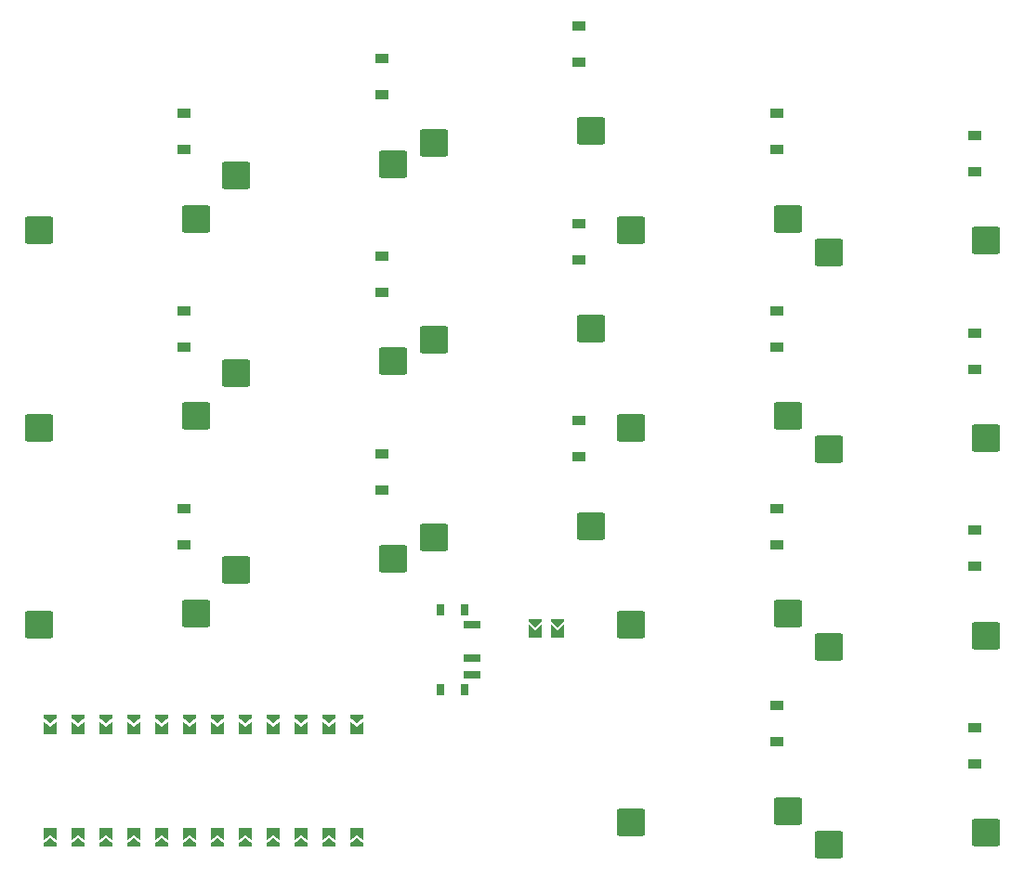
<source format=gbr>
%TF.GenerationSoftware,KiCad,Pcbnew,8.0.4*%
%TF.CreationDate,2024-08-16T23:13:08+08:00*%
%TF.ProjectId,board,626f6172-642e-46b6-9963-61645f706362,v1.0.0*%
%TF.SameCoordinates,Original*%
%TF.FileFunction,Paste,Top*%
%TF.FilePolarity,Positive*%
%FSLAX46Y46*%
G04 Gerber Fmt 4.6, Leading zero omitted, Abs format (unit mm)*
G04 Created by KiCad (PCBNEW 8.0.4) date 2024-08-16 23:13:08*
%MOMM*%
%LPD*%
G01*
G04 APERTURE LIST*
G04 Aperture macros list*
%AMRoundRect*
0 Rectangle with rounded corners*
0 $1 Rounding radius*
0 $2 $3 $4 $5 $6 $7 $8 $9 X,Y pos of 4 corners*
0 Add a 4 corners polygon primitive as box body*
4,1,4,$2,$3,$4,$5,$6,$7,$8,$9,$2,$3,0*
0 Add four circle primitives for the rounded corners*
1,1,$1+$1,$2,$3*
1,1,$1+$1,$4,$5*
1,1,$1+$1,$6,$7*
1,1,$1+$1,$8,$9*
0 Add four rect primitives between the rounded corners*
20,1,$1+$1,$2,$3,$4,$5,0*
20,1,$1+$1,$4,$5,$6,$7,0*
20,1,$1+$1,$6,$7,$8,$9,0*
20,1,$1+$1,$8,$9,$2,$3,0*%
%AMFreePoly0*
4,1,6,0.250000,0.000000,-0.250000,-0.625000,-0.500000,-0.625000,-0.500000,0.625000,-0.250000,0.625000,0.250000,0.000000,0.250000,0.000000,$1*%
%AMFreePoly1*
4,1,6,0.500000,-0.625000,-0.650000,-0.625000,-0.150000,0.000000,-0.650000,0.625000,0.500000,0.625000,0.500000,-0.625000,0.500000,-0.625000,$1*%
%AMFreePoly2*
4,1,6,0.600000,-1.000000,0.000000,-0.400000,-0.600000,-1.000000,-0.600000,0.250000,0.600000,0.250000,0.600000,-1.000000,0.600000,-1.000000,$1*%
%AMFreePoly3*
4,1,6,0.600000,-0.200000,0.600000,-0.400000,-0.600000,-0.400000,-0.600000,-0.200000,0.000000,0.400000,0.600000,-0.200000,0.600000,-0.200000,$1*%
G04 Aperture macros list end*
%ADD10R,0.800000X1.000000*%
%ADD11R,1.500000X0.700000*%
%ADD12FreePoly0,270.000000*%
%ADD13FreePoly0,90.000000*%
%ADD14FreePoly1,270.000000*%
%ADD15FreePoly1,90.000000*%
%ADD16FreePoly2,180.000000*%
%ADD17FreePoly3,180.000000*%
%ADD18R,1.200000X0.900000*%
%ADD19RoundRect,0.250000X-1.050000X-1.000000X1.050000X-1.000000X1.050000X1.000000X-1.050000X1.000000X0*%
G04 APERTURE END LIST*
D10*
%TO.C,PWR1*%
X207585000Y-168650000D03*
X207585000Y-161350000D03*
X205375000Y-168650000D03*
X205375000Y-161350000D03*
D11*
X208235000Y-162750000D03*
X208235000Y-165750000D03*
X208235000Y-167250000D03*
%TD*%
D12*
%TO.C,MCU1*%
X169800000Y-171450000D03*
X172340000Y-171450000D03*
X174880000Y-171450000D03*
X177420000Y-171450000D03*
X179960000Y-171450000D03*
X182500000Y-171450000D03*
X185040000Y-171450000D03*
X187580000Y-171450000D03*
X190120000Y-171450000D03*
X192660000Y-171450000D03*
X195200000Y-171450000D03*
X197740000Y-171450000D03*
D13*
X197740000Y-182450000D03*
X195200000Y-182450000D03*
X192660000Y-182450000D03*
X190120000Y-182450000D03*
X187580000Y-182450000D03*
X185040000Y-182450000D03*
X182500000Y-182450000D03*
X179960000Y-182450000D03*
X177420000Y-182450000D03*
X174880000Y-182450000D03*
X172340000Y-182450000D03*
X169800000Y-182450000D03*
D14*
X169800000Y-172175000D03*
X172340000Y-172175000D03*
X174880000Y-172175000D03*
X177420000Y-172175000D03*
X179960000Y-172175000D03*
X182500000Y-172175000D03*
X185040000Y-172175000D03*
X187580000Y-172175000D03*
X190120000Y-172175000D03*
X192660000Y-172175000D03*
X195200000Y-172175000D03*
X197740000Y-172175000D03*
D15*
X197740000Y-181725000D03*
X195200000Y-181725000D03*
X192660000Y-181725000D03*
X190120000Y-181725000D03*
X187580000Y-181725000D03*
X185040000Y-181725000D03*
X182500000Y-181725000D03*
X179960000Y-181725000D03*
X177420000Y-181725000D03*
X174880000Y-181725000D03*
X172340000Y-181725000D03*
X169800000Y-181725000D03*
%TD*%
D16*
%TO.C,JST1*%
X214000000Y-163666000D03*
X216000000Y-163666000D03*
D17*
X214000000Y-162650000D03*
X216000000Y-162650000D03*
%TD*%
D18*
%TO.C,D8*%
X218000000Y-129400000D03*
X218000000Y-126100000D03*
%TD*%
%TO.C,D13*%
X236000000Y-119400000D03*
X236000000Y-116100000D03*
%TD*%
D19*
%TO.C,S12*%
X237050000Y-143700000D03*
X222750000Y-144750000D03*
%TD*%
%TO.C,S14*%
X255050000Y-181700000D03*
X240750000Y-182750000D03*
%TD*%
%TO.C,S15*%
X255050000Y-163700000D03*
X240750000Y-164750000D03*
%TD*%
D18*
%TO.C,D16*%
X254000000Y-139400000D03*
X254000000Y-136100000D03*
%TD*%
D19*
%TO.C,S8*%
X219050000Y-135700000D03*
X204750000Y-136750000D03*
%TD*%
%TO.C,S17*%
X255050000Y-127700000D03*
X240750000Y-128750000D03*
%TD*%
D18*
%TO.C,D11*%
X236000000Y-155400000D03*
X236000000Y-152100000D03*
%TD*%
D19*
%TO.C,S5*%
X201050000Y-138700000D03*
X186750000Y-139750000D03*
%TD*%
%TO.C,S9*%
X219050000Y-117700000D03*
X204750000Y-118750000D03*
%TD*%
D18*
%TO.C,D12*%
X236000000Y-137400000D03*
X236000000Y-134100000D03*
%TD*%
%TO.C,D2*%
X182000000Y-137400000D03*
X182000000Y-134100000D03*
%TD*%
%TO.C,D7*%
X218000000Y-147400000D03*
X218000000Y-144100000D03*
%TD*%
D19*
%TO.C,S3*%
X183050000Y-125700000D03*
X168750000Y-126750000D03*
%TD*%
D18*
%TO.C,D17*%
X254000000Y-121400000D03*
X254000000Y-118100000D03*
%TD*%
%TO.C,D4*%
X200000000Y-150400000D03*
X200000000Y-147100000D03*
%TD*%
%TO.C,D1*%
X182000000Y-155400000D03*
X182000000Y-152100000D03*
%TD*%
%TO.C,D9*%
X218000000Y-111400000D03*
X218000000Y-108100000D03*
%TD*%
D19*
%TO.C,S2*%
X183050000Y-143700000D03*
X168750000Y-144750000D03*
%TD*%
D18*
%TO.C,D3*%
X182000000Y-119400000D03*
X182000000Y-116100000D03*
%TD*%
%TO.C,D6*%
X200000000Y-114400000D03*
X200000000Y-111100000D03*
%TD*%
D19*
%TO.C,S13*%
X237050000Y-125700000D03*
X222750000Y-126750000D03*
%TD*%
D18*
%TO.C,D10*%
X236000000Y-173400000D03*
X236000000Y-170100000D03*
%TD*%
D19*
%TO.C,S10*%
X237050000Y-179700000D03*
X222750000Y-180750000D03*
%TD*%
%TO.C,S11*%
X237050000Y-161700000D03*
X222750000Y-162750000D03*
%TD*%
%TO.C,S16*%
X255050000Y-145700000D03*
X240750000Y-146750000D03*
%TD*%
%TO.C,S4*%
X201050000Y-156700000D03*
X186750000Y-157750000D03*
%TD*%
D18*
%TO.C,D14*%
X254000000Y-175400000D03*
X254000000Y-172100000D03*
%TD*%
D19*
%TO.C,S7*%
X219050000Y-153700000D03*
X204750000Y-154750000D03*
%TD*%
D18*
%TO.C,D15*%
X254000000Y-157400000D03*
X254000000Y-154100000D03*
%TD*%
D19*
%TO.C,S6*%
X201050000Y-120700000D03*
X186750000Y-121750000D03*
%TD*%
D18*
%TO.C,D5*%
X200000000Y-132400000D03*
X200000000Y-129100000D03*
%TD*%
D19*
%TO.C,S1*%
X183050000Y-161700000D03*
X168750000Y-162750000D03*
%TD*%
M02*

</source>
